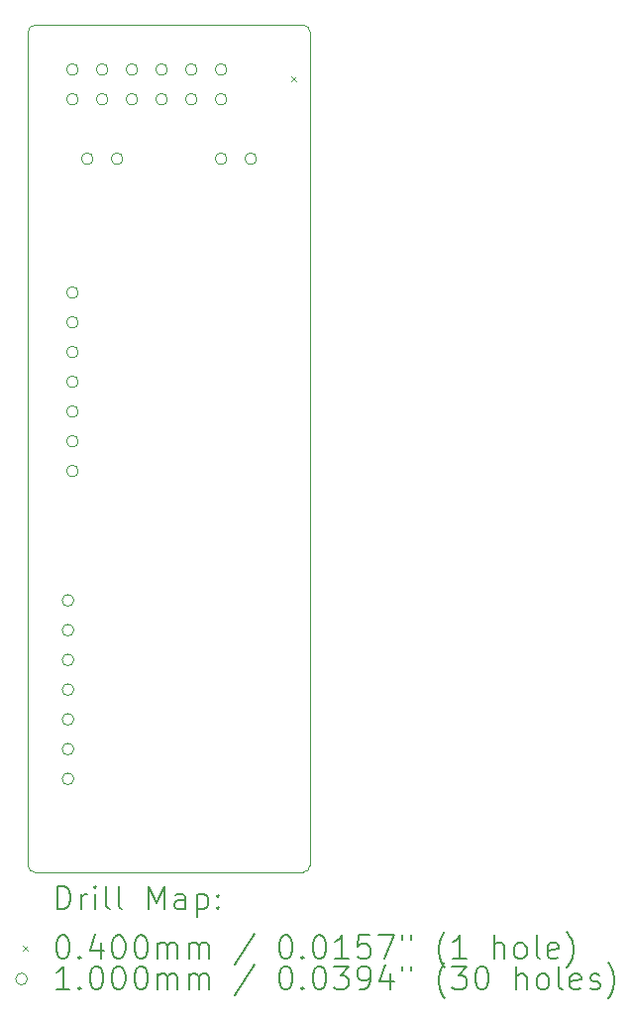
<source format=gbr>
%TF.GenerationSoftware,KiCad,Pcbnew,6.0.9-8da3e8f707~116~ubuntu20.04.1*%
%TF.CreationDate,2023-03-08T00:08:02+01:00*%
%TF.ProjectId,clocks_pmod,636c6f63-6b73-45f7-906d-6f642e6b6963,rev?*%
%TF.SameCoordinates,Original*%
%TF.FileFunction,Drillmap*%
%TF.FilePolarity,Positive*%
%FSLAX45Y45*%
G04 Gerber Fmt 4.5, Leading zero omitted, Abs format (unit mm)*
G04 Created by KiCad (PCBNEW 6.0.9-8da3e8f707~116~ubuntu20.04.1) date 2023-03-08 00:08:02*
%MOMM*%
%LPD*%
G01*
G04 APERTURE LIST*
%ADD10C,0.100000*%
%ADD11C,0.200000*%
%ADD12C,0.040000*%
G04 APERTURE END LIST*
D10*
X10160000Y-13906500D02*
X10160000Y-6794500D01*
X7810500Y-6731000D02*
G75*
G03*
X7747000Y-6794500I0J-63500D01*
G01*
X7747000Y-6794500D02*
X7747000Y-13906500D01*
X10096500Y-6731000D02*
X7810500Y-6731000D01*
X7810500Y-13970000D02*
X10096500Y-13970000D01*
X10160000Y-6794500D02*
G75*
G03*
X10096500Y-6731000I-63500J0D01*
G01*
X7747000Y-13906500D02*
G75*
G03*
X7810500Y-13970000I63500J0D01*
G01*
X10096500Y-13970000D02*
G75*
G03*
X10160000Y-13906500I0J63500D01*
G01*
D11*
D12*
X9996240Y-7169220D02*
X10036240Y-7209220D01*
X10036240Y-7169220D02*
X9996240Y-7209220D01*
D10*
X8139900Y-11645900D02*
G75*
G03*
X8139900Y-11645900I-50000J0D01*
G01*
X8139900Y-11899900D02*
G75*
G03*
X8139900Y-11899900I-50000J0D01*
G01*
X8139900Y-12153900D02*
G75*
G03*
X8139900Y-12153900I-50000J0D01*
G01*
X8139900Y-12407900D02*
G75*
G03*
X8139900Y-12407900I-50000J0D01*
G01*
X8139900Y-12661900D02*
G75*
G03*
X8139900Y-12661900I-50000J0D01*
G01*
X8139900Y-12915900D02*
G75*
G03*
X8139900Y-12915900I-50000J0D01*
G01*
X8139900Y-13169900D02*
G75*
G03*
X8139900Y-13169900I-50000J0D01*
G01*
X8178000Y-7112000D02*
G75*
G03*
X8178000Y-7112000I-50000J0D01*
G01*
X8178000Y-7366000D02*
G75*
G03*
X8178000Y-7366000I-50000J0D01*
G01*
X8178000Y-9017000D02*
G75*
G03*
X8178000Y-9017000I-50000J0D01*
G01*
X8178000Y-9271000D02*
G75*
G03*
X8178000Y-9271000I-50000J0D01*
G01*
X8178000Y-9525000D02*
G75*
G03*
X8178000Y-9525000I-50000J0D01*
G01*
X8178000Y-9779000D02*
G75*
G03*
X8178000Y-9779000I-50000J0D01*
G01*
X8178000Y-10033000D02*
G75*
G03*
X8178000Y-10033000I-50000J0D01*
G01*
X8178000Y-10287000D02*
G75*
G03*
X8178000Y-10287000I-50000J0D01*
G01*
X8178000Y-10541000D02*
G75*
G03*
X8178000Y-10541000I-50000J0D01*
G01*
X8305000Y-7874000D02*
G75*
G03*
X8305000Y-7874000I-50000J0D01*
G01*
X8432000Y-7112000D02*
G75*
G03*
X8432000Y-7112000I-50000J0D01*
G01*
X8432000Y-7366000D02*
G75*
G03*
X8432000Y-7366000I-50000J0D01*
G01*
X8559000Y-7874000D02*
G75*
G03*
X8559000Y-7874000I-50000J0D01*
G01*
X8686000Y-7112000D02*
G75*
G03*
X8686000Y-7112000I-50000J0D01*
G01*
X8686000Y-7366000D02*
G75*
G03*
X8686000Y-7366000I-50000J0D01*
G01*
X8940000Y-7112000D02*
G75*
G03*
X8940000Y-7112000I-50000J0D01*
G01*
X8940000Y-7366000D02*
G75*
G03*
X8940000Y-7366000I-50000J0D01*
G01*
X9194000Y-7112000D02*
G75*
G03*
X9194000Y-7112000I-50000J0D01*
G01*
X9194000Y-7366000D02*
G75*
G03*
X9194000Y-7366000I-50000J0D01*
G01*
X9448000Y-7112000D02*
G75*
G03*
X9448000Y-7112000I-50000J0D01*
G01*
X9448000Y-7366000D02*
G75*
G03*
X9448000Y-7366000I-50000J0D01*
G01*
X9448000Y-7874000D02*
G75*
G03*
X9448000Y-7874000I-50000J0D01*
G01*
X9702000Y-7874000D02*
G75*
G03*
X9702000Y-7874000I-50000J0D01*
G01*
D11*
X7999619Y-14285476D02*
X7999619Y-14085476D01*
X8047238Y-14085476D01*
X8075809Y-14095000D01*
X8094857Y-14114048D01*
X8104381Y-14133095D01*
X8113905Y-14171190D01*
X8113905Y-14199762D01*
X8104381Y-14237857D01*
X8094857Y-14256905D01*
X8075809Y-14275952D01*
X8047238Y-14285476D01*
X7999619Y-14285476D01*
X8199619Y-14285476D02*
X8199619Y-14152143D01*
X8199619Y-14190238D02*
X8209143Y-14171190D01*
X8218667Y-14161667D01*
X8237714Y-14152143D01*
X8256762Y-14152143D01*
X8323428Y-14285476D02*
X8323428Y-14152143D01*
X8323428Y-14085476D02*
X8313905Y-14095000D01*
X8323428Y-14104524D01*
X8332952Y-14095000D01*
X8323428Y-14085476D01*
X8323428Y-14104524D01*
X8447238Y-14285476D02*
X8428190Y-14275952D01*
X8418667Y-14256905D01*
X8418667Y-14085476D01*
X8552000Y-14285476D02*
X8532952Y-14275952D01*
X8523429Y-14256905D01*
X8523429Y-14085476D01*
X8780571Y-14285476D02*
X8780571Y-14085476D01*
X8847238Y-14228333D01*
X8913905Y-14085476D01*
X8913905Y-14285476D01*
X9094857Y-14285476D02*
X9094857Y-14180714D01*
X9085333Y-14161667D01*
X9066286Y-14152143D01*
X9028190Y-14152143D01*
X9009143Y-14161667D01*
X9094857Y-14275952D02*
X9075810Y-14285476D01*
X9028190Y-14285476D01*
X9009143Y-14275952D01*
X8999619Y-14256905D01*
X8999619Y-14237857D01*
X9009143Y-14218809D01*
X9028190Y-14209286D01*
X9075810Y-14209286D01*
X9094857Y-14199762D01*
X9190095Y-14152143D02*
X9190095Y-14352143D01*
X9190095Y-14161667D02*
X9209143Y-14152143D01*
X9247238Y-14152143D01*
X9266286Y-14161667D01*
X9275810Y-14171190D01*
X9285333Y-14190238D01*
X9285333Y-14247381D01*
X9275810Y-14266428D01*
X9266286Y-14275952D01*
X9247238Y-14285476D01*
X9209143Y-14285476D01*
X9190095Y-14275952D01*
X9371048Y-14266428D02*
X9380571Y-14275952D01*
X9371048Y-14285476D01*
X9361524Y-14275952D01*
X9371048Y-14266428D01*
X9371048Y-14285476D01*
X9371048Y-14161667D02*
X9380571Y-14171190D01*
X9371048Y-14180714D01*
X9361524Y-14171190D01*
X9371048Y-14161667D01*
X9371048Y-14180714D01*
D12*
X7702000Y-14595000D02*
X7742000Y-14635000D01*
X7742000Y-14595000D02*
X7702000Y-14635000D01*
D11*
X8037714Y-14505476D02*
X8056762Y-14505476D01*
X8075809Y-14515000D01*
X8085333Y-14524524D01*
X8094857Y-14543571D01*
X8104381Y-14581667D01*
X8104381Y-14629286D01*
X8094857Y-14667381D01*
X8085333Y-14686428D01*
X8075809Y-14695952D01*
X8056762Y-14705476D01*
X8037714Y-14705476D01*
X8018667Y-14695952D01*
X8009143Y-14686428D01*
X7999619Y-14667381D01*
X7990095Y-14629286D01*
X7990095Y-14581667D01*
X7999619Y-14543571D01*
X8009143Y-14524524D01*
X8018667Y-14515000D01*
X8037714Y-14505476D01*
X8190095Y-14686428D02*
X8199619Y-14695952D01*
X8190095Y-14705476D01*
X8180571Y-14695952D01*
X8190095Y-14686428D01*
X8190095Y-14705476D01*
X8371048Y-14572143D02*
X8371048Y-14705476D01*
X8323428Y-14495952D02*
X8275809Y-14638809D01*
X8399619Y-14638809D01*
X8513905Y-14505476D02*
X8532952Y-14505476D01*
X8552000Y-14515000D01*
X8561524Y-14524524D01*
X8571048Y-14543571D01*
X8580571Y-14581667D01*
X8580571Y-14629286D01*
X8571048Y-14667381D01*
X8561524Y-14686428D01*
X8552000Y-14695952D01*
X8532952Y-14705476D01*
X8513905Y-14705476D01*
X8494857Y-14695952D01*
X8485333Y-14686428D01*
X8475810Y-14667381D01*
X8466286Y-14629286D01*
X8466286Y-14581667D01*
X8475810Y-14543571D01*
X8485333Y-14524524D01*
X8494857Y-14515000D01*
X8513905Y-14505476D01*
X8704381Y-14505476D02*
X8723429Y-14505476D01*
X8742476Y-14515000D01*
X8752000Y-14524524D01*
X8761524Y-14543571D01*
X8771048Y-14581667D01*
X8771048Y-14629286D01*
X8761524Y-14667381D01*
X8752000Y-14686428D01*
X8742476Y-14695952D01*
X8723429Y-14705476D01*
X8704381Y-14705476D01*
X8685333Y-14695952D01*
X8675810Y-14686428D01*
X8666286Y-14667381D01*
X8656762Y-14629286D01*
X8656762Y-14581667D01*
X8666286Y-14543571D01*
X8675810Y-14524524D01*
X8685333Y-14515000D01*
X8704381Y-14505476D01*
X8856762Y-14705476D02*
X8856762Y-14572143D01*
X8856762Y-14591190D02*
X8866286Y-14581667D01*
X8885333Y-14572143D01*
X8913905Y-14572143D01*
X8932952Y-14581667D01*
X8942476Y-14600714D01*
X8942476Y-14705476D01*
X8942476Y-14600714D02*
X8952000Y-14581667D01*
X8971048Y-14572143D01*
X8999619Y-14572143D01*
X9018667Y-14581667D01*
X9028190Y-14600714D01*
X9028190Y-14705476D01*
X9123429Y-14705476D02*
X9123429Y-14572143D01*
X9123429Y-14591190D02*
X9132952Y-14581667D01*
X9152000Y-14572143D01*
X9180571Y-14572143D01*
X9199619Y-14581667D01*
X9209143Y-14600714D01*
X9209143Y-14705476D01*
X9209143Y-14600714D02*
X9218667Y-14581667D01*
X9237714Y-14572143D01*
X9266286Y-14572143D01*
X9285333Y-14581667D01*
X9294857Y-14600714D01*
X9294857Y-14705476D01*
X9685333Y-14495952D02*
X9513905Y-14753095D01*
X9942476Y-14505476D02*
X9961524Y-14505476D01*
X9980571Y-14515000D01*
X9990095Y-14524524D01*
X9999619Y-14543571D01*
X10009143Y-14581667D01*
X10009143Y-14629286D01*
X9999619Y-14667381D01*
X9990095Y-14686428D01*
X9980571Y-14695952D01*
X9961524Y-14705476D01*
X9942476Y-14705476D01*
X9923429Y-14695952D01*
X9913905Y-14686428D01*
X9904381Y-14667381D01*
X9894857Y-14629286D01*
X9894857Y-14581667D01*
X9904381Y-14543571D01*
X9913905Y-14524524D01*
X9923429Y-14515000D01*
X9942476Y-14505476D01*
X10094857Y-14686428D02*
X10104381Y-14695952D01*
X10094857Y-14705476D01*
X10085333Y-14695952D01*
X10094857Y-14686428D01*
X10094857Y-14705476D01*
X10228190Y-14505476D02*
X10247238Y-14505476D01*
X10266286Y-14515000D01*
X10275810Y-14524524D01*
X10285333Y-14543571D01*
X10294857Y-14581667D01*
X10294857Y-14629286D01*
X10285333Y-14667381D01*
X10275810Y-14686428D01*
X10266286Y-14695952D01*
X10247238Y-14705476D01*
X10228190Y-14705476D01*
X10209143Y-14695952D01*
X10199619Y-14686428D01*
X10190095Y-14667381D01*
X10180571Y-14629286D01*
X10180571Y-14581667D01*
X10190095Y-14543571D01*
X10199619Y-14524524D01*
X10209143Y-14515000D01*
X10228190Y-14505476D01*
X10485333Y-14705476D02*
X10371048Y-14705476D01*
X10428190Y-14705476D02*
X10428190Y-14505476D01*
X10409143Y-14534048D01*
X10390095Y-14553095D01*
X10371048Y-14562619D01*
X10666286Y-14505476D02*
X10571048Y-14505476D01*
X10561524Y-14600714D01*
X10571048Y-14591190D01*
X10590095Y-14581667D01*
X10637714Y-14581667D01*
X10656762Y-14591190D01*
X10666286Y-14600714D01*
X10675810Y-14619762D01*
X10675810Y-14667381D01*
X10666286Y-14686428D01*
X10656762Y-14695952D01*
X10637714Y-14705476D01*
X10590095Y-14705476D01*
X10571048Y-14695952D01*
X10561524Y-14686428D01*
X10742476Y-14505476D02*
X10875810Y-14505476D01*
X10790095Y-14705476D01*
X10942476Y-14505476D02*
X10942476Y-14543571D01*
X11018667Y-14505476D02*
X11018667Y-14543571D01*
X11313905Y-14781667D02*
X11304381Y-14772143D01*
X11285333Y-14743571D01*
X11275809Y-14724524D01*
X11266286Y-14695952D01*
X11256762Y-14648333D01*
X11256762Y-14610238D01*
X11266286Y-14562619D01*
X11275809Y-14534048D01*
X11285333Y-14515000D01*
X11304381Y-14486428D01*
X11313905Y-14476905D01*
X11494857Y-14705476D02*
X11380571Y-14705476D01*
X11437714Y-14705476D02*
X11437714Y-14505476D01*
X11418667Y-14534048D01*
X11399619Y-14553095D01*
X11380571Y-14562619D01*
X11732952Y-14705476D02*
X11732952Y-14505476D01*
X11818667Y-14705476D02*
X11818667Y-14600714D01*
X11809143Y-14581667D01*
X11790095Y-14572143D01*
X11761524Y-14572143D01*
X11742476Y-14581667D01*
X11732952Y-14591190D01*
X11942476Y-14705476D02*
X11923428Y-14695952D01*
X11913905Y-14686428D01*
X11904381Y-14667381D01*
X11904381Y-14610238D01*
X11913905Y-14591190D01*
X11923428Y-14581667D01*
X11942476Y-14572143D01*
X11971048Y-14572143D01*
X11990095Y-14581667D01*
X11999619Y-14591190D01*
X12009143Y-14610238D01*
X12009143Y-14667381D01*
X11999619Y-14686428D01*
X11990095Y-14695952D01*
X11971048Y-14705476D01*
X11942476Y-14705476D01*
X12123428Y-14705476D02*
X12104381Y-14695952D01*
X12094857Y-14676905D01*
X12094857Y-14505476D01*
X12275809Y-14695952D02*
X12256762Y-14705476D01*
X12218667Y-14705476D01*
X12199619Y-14695952D01*
X12190095Y-14676905D01*
X12190095Y-14600714D01*
X12199619Y-14581667D01*
X12218667Y-14572143D01*
X12256762Y-14572143D01*
X12275809Y-14581667D01*
X12285333Y-14600714D01*
X12285333Y-14619762D01*
X12190095Y-14638809D01*
X12352000Y-14781667D02*
X12361524Y-14772143D01*
X12380571Y-14743571D01*
X12390095Y-14724524D01*
X12399619Y-14695952D01*
X12409143Y-14648333D01*
X12409143Y-14610238D01*
X12399619Y-14562619D01*
X12390095Y-14534048D01*
X12380571Y-14515000D01*
X12361524Y-14486428D01*
X12352000Y-14476905D01*
D10*
X7742000Y-14879000D02*
G75*
G03*
X7742000Y-14879000I-50000J0D01*
G01*
D11*
X8104381Y-14969476D02*
X7990095Y-14969476D01*
X8047238Y-14969476D02*
X8047238Y-14769476D01*
X8028190Y-14798048D01*
X8009143Y-14817095D01*
X7990095Y-14826619D01*
X8190095Y-14950428D02*
X8199619Y-14959952D01*
X8190095Y-14969476D01*
X8180571Y-14959952D01*
X8190095Y-14950428D01*
X8190095Y-14969476D01*
X8323428Y-14769476D02*
X8342476Y-14769476D01*
X8361524Y-14779000D01*
X8371048Y-14788524D01*
X8380571Y-14807571D01*
X8390095Y-14845667D01*
X8390095Y-14893286D01*
X8380571Y-14931381D01*
X8371048Y-14950428D01*
X8361524Y-14959952D01*
X8342476Y-14969476D01*
X8323428Y-14969476D01*
X8304381Y-14959952D01*
X8294857Y-14950428D01*
X8285333Y-14931381D01*
X8275809Y-14893286D01*
X8275809Y-14845667D01*
X8285333Y-14807571D01*
X8294857Y-14788524D01*
X8304381Y-14779000D01*
X8323428Y-14769476D01*
X8513905Y-14769476D02*
X8532952Y-14769476D01*
X8552000Y-14779000D01*
X8561524Y-14788524D01*
X8571048Y-14807571D01*
X8580571Y-14845667D01*
X8580571Y-14893286D01*
X8571048Y-14931381D01*
X8561524Y-14950428D01*
X8552000Y-14959952D01*
X8532952Y-14969476D01*
X8513905Y-14969476D01*
X8494857Y-14959952D01*
X8485333Y-14950428D01*
X8475810Y-14931381D01*
X8466286Y-14893286D01*
X8466286Y-14845667D01*
X8475810Y-14807571D01*
X8485333Y-14788524D01*
X8494857Y-14779000D01*
X8513905Y-14769476D01*
X8704381Y-14769476D02*
X8723429Y-14769476D01*
X8742476Y-14779000D01*
X8752000Y-14788524D01*
X8761524Y-14807571D01*
X8771048Y-14845667D01*
X8771048Y-14893286D01*
X8761524Y-14931381D01*
X8752000Y-14950428D01*
X8742476Y-14959952D01*
X8723429Y-14969476D01*
X8704381Y-14969476D01*
X8685333Y-14959952D01*
X8675810Y-14950428D01*
X8666286Y-14931381D01*
X8656762Y-14893286D01*
X8656762Y-14845667D01*
X8666286Y-14807571D01*
X8675810Y-14788524D01*
X8685333Y-14779000D01*
X8704381Y-14769476D01*
X8856762Y-14969476D02*
X8856762Y-14836143D01*
X8856762Y-14855190D02*
X8866286Y-14845667D01*
X8885333Y-14836143D01*
X8913905Y-14836143D01*
X8932952Y-14845667D01*
X8942476Y-14864714D01*
X8942476Y-14969476D01*
X8942476Y-14864714D02*
X8952000Y-14845667D01*
X8971048Y-14836143D01*
X8999619Y-14836143D01*
X9018667Y-14845667D01*
X9028190Y-14864714D01*
X9028190Y-14969476D01*
X9123429Y-14969476D02*
X9123429Y-14836143D01*
X9123429Y-14855190D02*
X9132952Y-14845667D01*
X9152000Y-14836143D01*
X9180571Y-14836143D01*
X9199619Y-14845667D01*
X9209143Y-14864714D01*
X9209143Y-14969476D01*
X9209143Y-14864714D02*
X9218667Y-14845667D01*
X9237714Y-14836143D01*
X9266286Y-14836143D01*
X9285333Y-14845667D01*
X9294857Y-14864714D01*
X9294857Y-14969476D01*
X9685333Y-14759952D02*
X9513905Y-15017095D01*
X9942476Y-14769476D02*
X9961524Y-14769476D01*
X9980571Y-14779000D01*
X9990095Y-14788524D01*
X9999619Y-14807571D01*
X10009143Y-14845667D01*
X10009143Y-14893286D01*
X9999619Y-14931381D01*
X9990095Y-14950428D01*
X9980571Y-14959952D01*
X9961524Y-14969476D01*
X9942476Y-14969476D01*
X9923429Y-14959952D01*
X9913905Y-14950428D01*
X9904381Y-14931381D01*
X9894857Y-14893286D01*
X9894857Y-14845667D01*
X9904381Y-14807571D01*
X9913905Y-14788524D01*
X9923429Y-14779000D01*
X9942476Y-14769476D01*
X10094857Y-14950428D02*
X10104381Y-14959952D01*
X10094857Y-14969476D01*
X10085333Y-14959952D01*
X10094857Y-14950428D01*
X10094857Y-14969476D01*
X10228190Y-14769476D02*
X10247238Y-14769476D01*
X10266286Y-14779000D01*
X10275810Y-14788524D01*
X10285333Y-14807571D01*
X10294857Y-14845667D01*
X10294857Y-14893286D01*
X10285333Y-14931381D01*
X10275810Y-14950428D01*
X10266286Y-14959952D01*
X10247238Y-14969476D01*
X10228190Y-14969476D01*
X10209143Y-14959952D01*
X10199619Y-14950428D01*
X10190095Y-14931381D01*
X10180571Y-14893286D01*
X10180571Y-14845667D01*
X10190095Y-14807571D01*
X10199619Y-14788524D01*
X10209143Y-14779000D01*
X10228190Y-14769476D01*
X10361524Y-14769476D02*
X10485333Y-14769476D01*
X10418667Y-14845667D01*
X10447238Y-14845667D01*
X10466286Y-14855190D01*
X10475810Y-14864714D01*
X10485333Y-14883762D01*
X10485333Y-14931381D01*
X10475810Y-14950428D01*
X10466286Y-14959952D01*
X10447238Y-14969476D01*
X10390095Y-14969476D01*
X10371048Y-14959952D01*
X10361524Y-14950428D01*
X10580571Y-14969476D02*
X10618667Y-14969476D01*
X10637714Y-14959952D01*
X10647238Y-14950428D01*
X10666286Y-14921857D01*
X10675810Y-14883762D01*
X10675810Y-14807571D01*
X10666286Y-14788524D01*
X10656762Y-14779000D01*
X10637714Y-14769476D01*
X10599619Y-14769476D01*
X10580571Y-14779000D01*
X10571048Y-14788524D01*
X10561524Y-14807571D01*
X10561524Y-14855190D01*
X10571048Y-14874238D01*
X10580571Y-14883762D01*
X10599619Y-14893286D01*
X10637714Y-14893286D01*
X10656762Y-14883762D01*
X10666286Y-14874238D01*
X10675810Y-14855190D01*
X10847238Y-14836143D02*
X10847238Y-14969476D01*
X10799619Y-14759952D02*
X10752000Y-14902809D01*
X10875810Y-14902809D01*
X10942476Y-14769476D02*
X10942476Y-14807571D01*
X11018667Y-14769476D02*
X11018667Y-14807571D01*
X11313905Y-15045667D02*
X11304381Y-15036143D01*
X11285333Y-15007571D01*
X11275809Y-14988524D01*
X11266286Y-14959952D01*
X11256762Y-14912333D01*
X11256762Y-14874238D01*
X11266286Y-14826619D01*
X11275809Y-14798048D01*
X11285333Y-14779000D01*
X11304381Y-14750428D01*
X11313905Y-14740905D01*
X11371048Y-14769476D02*
X11494857Y-14769476D01*
X11428190Y-14845667D01*
X11456762Y-14845667D01*
X11475809Y-14855190D01*
X11485333Y-14864714D01*
X11494857Y-14883762D01*
X11494857Y-14931381D01*
X11485333Y-14950428D01*
X11475809Y-14959952D01*
X11456762Y-14969476D01*
X11399619Y-14969476D01*
X11380571Y-14959952D01*
X11371048Y-14950428D01*
X11618667Y-14769476D02*
X11637714Y-14769476D01*
X11656762Y-14779000D01*
X11666286Y-14788524D01*
X11675809Y-14807571D01*
X11685333Y-14845667D01*
X11685333Y-14893286D01*
X11675809Y-14931381D01*
X11666286Y-14950428D01*
X11656762Y-14959952D01*
X11637714Y-14969476D01*
X11618667Y-14969476D01*
X11599619Y-14959952D01*
X11590095Y-14950428D01*
X11580571Y-14931381D01*
X11571048Y-14893286D01*
X11571048Y-14845667D01*
X11580571Y-14807571D01*
X11590095Y-14788524D01*
X11599619Y-14779000D01*
X11618667Y-14769476D01*
X11923428Y-14969476D02*
X11923428Y-14769476D01*
X12009143Y-14969476D02*
X12009143Y-14864714D01*
X11999619Y-14845667D01*
X11980571Y-14836143D01*
X11952000Y-14836143D01*
X11932952Y-14845667D01*
X11923428Y-14855190D01*
X12132952Y-14969476D02*
X12113905Y-14959952D01*
X12104381Y-14950428D01*
X12094857Y-14931381D01*
X12094857Y-14874238D01*
X12104381Y-14855190D01*
X12113905Y-14845667D01*
X12132952Y-14836143D01*
X12161524Y-14836143D01*
X12180571Y-14845667D01*
X12190095Y-14855190D01*
X12199619Y-14874238D01*
X12199619Y-14931381D01*
X12190095Y-14950428D01*
X12180571Y-14959952D01*
X12161524Y-14969476D01*
X12132952Y-14969476D01*
X12313905Y-14969476D02*
X12294857Y-14959952D01*
X12285333Y-14940905D01*
X12285333Y-14769476D01*
X12466286Y-14959952D02*
X12447238Y-14969476D01*
X12409143Y-14969476D01*
X12390095Y-14959952D01*
X12380571Y-14940905D01*
X12380571Y-14864714D01*
X12390095Y-14845667D01*
X12409143Y-14836143D01*
X12447238Y-14836143D01*
X12466286Y-14845667D01*
X12475809Y-14864714D01*
X12475809Y-14883762D01*
X12380571Y-14902809D01*
X12552000Y-14959952D02*
X12571048Y-14969476D01*
X12609143Y-14969476D01*
X12628190Y-14959952D01*
X12637714Y-14940905D01*
X12637714Y-14931381D01*
X12628190Y-14912333D01*
X12609143Y-14902809D01*
X12580571Y-14902809D01*
X12561524Y-14893286D01*
X12552000Y-14874238D01*
X12552000Y-14864714D01*
X12561524Y-14845667D01*
X12580571Y-14836143D01*
X12609143Y-14836143D01*
X12628190Y-14845667D01*
X12704381Y-15045667D02*
X12713905Y-15036143D01*
X12732952Y-15007571D01*
X12742476Y-14988524D01*
X12752000Y-14959952D01*
X12761524Y-14912333D01*
X12761524Y-14874238D01*
X12752000Y-14826619D01*
X12742476Y-14798048D01*
X12732952Y-14779000D01*
X12713905Y-14750428D01*
X12704381Y-14740905D01*
M02*

</source>
